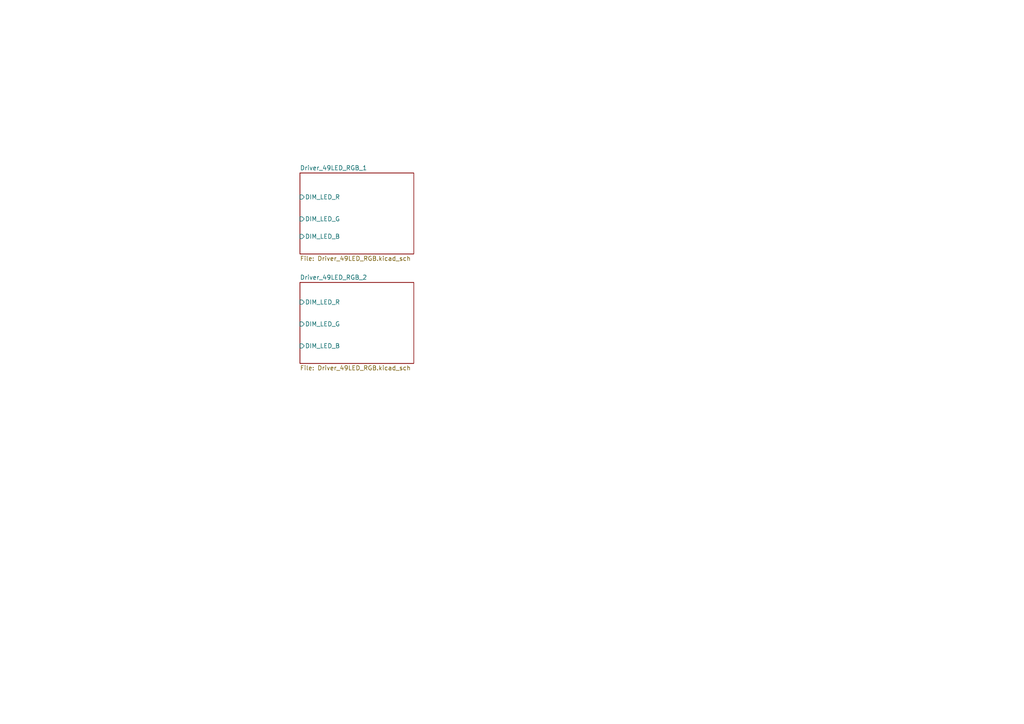
<source format=kicad_sch>
(kicad_sch
	(version 20250114)
	(generator "eeschema")
	(generator_version "9.0")
	(uuid "dfa00354-f9a5-42a1-9e70-1a18b6c2ad9a")
	(paper "A4")
	(lib_symbols)
	(sheet
		(at 86.995 50.165)
		(size 33.02 23.495)
		(exclude_from_sim no)
		(in_bom yes)
		(on_board yes)
		(dnp no)
		(fields_autoplaced yes)
		(stroke
			(width 0.1524)
			(type solid)
		)
		(fill
			(color 0 0 0 0.0000)
		)
		(uuid "93cc850d-0597-4e9c-bfa1-45ee0cb8f793")
		(property "Sheetname" "Driver_49LED_RGB_1"
			(at 86.995 49.4534 0)
			(effects
				(font
					(size 1.27 1.27)
				)
				(justify left bottom)
			)
		)
		(property "Sheetfile" "Driver_49LED_RGB.kicad_sch"
			(at 86.995 74.2446 0)
			(effects
				(font
					(size 1.27 1.27)
				)
				(justify left top)
			)
		)
		(pin "DIM_LED_R" input
			(at 86.995 57.15 180)
			(uuid "90a90629-90f8-40c3-815a-417b92ef699e")
			(effects
				(font
					(size 1.27 1.27)
				)
				(justify left)
			)
		)
		(pin "DIM_LED_B" input
			(at 86.995 68.58 180)
			(uuid "fb44ec84-490e-4686-811c-19d7dbb1dfdc")
			(effects
				(font
					(size 1.27 1.27)
				)
				(justify left)
			)
		)
		(pin "DIM_LED_G" input
			(at 86.995 63.5 180)
			(uuid "1fabb45c-49bd-4a7e-9637-5628c8288fe2")
			(effects
				(font
					(size 1.27 1.27)
				)
				(justify left)
			)
		)
		(instances
			(project "Projet_elec"
				(path "/dfa00354-f9a5-42a1-9e70-1a18b6c2ad9a"
					(page "2")
				)
			)
		)
	)
	(sheet
		(at 86.995 81.915)
		(size 33.02 23.495)
		(exclude_from_sim no)
		(in_bom yes)
		(on_board yes)
		(dnp no)
		(fields_autoplaced yes)
		(stroke
			(width 0.1524)
			(type solid)
		)
		(fill
			(color 0 0 0 0.0000)
		)
		(uuid "cd432545-6c8a-488b-8408-878f6a39660f")
		(property "Sheetname" "Driver_49LED_RGB_2"
			(at 86.995 81.2034 0)
			(effects
				(font
					(size 1.27 1.27)
				)
				(justify left bottom)
			)
		)
		(property "Sheetfile" "Driver_49LED_RGB.kicad_sch"
			(at 86.995 105.9946 0)
			(effects
				(font
					(size 1.27 1.27)
				)
				(justify left top)
			)
		)
		(pin "DIM_LED_R" input
			(at 86.995 87.63 180)
			(uuid "cc9ca46a-8283-4924-a7f7-c793510e4aab")
			(effects
				(font
					(size 1.27 1.27)
				)
				(justify left)
			)
		)
		(pin "DIM_LED_B" input
			(at 86.995 100.33 180)
			(uuid "bae52e8a-6374-4ffa-a164-2a4a49388237")
			(effects
				(font
					(size 1.27 1.27)
				)
				(justify left)
			)
		)
		(pin "DIM_LED_G" input
			(at 86.995 93.98 180)
			(uuid "c36ff274-a44e-4b27-8a8e-f38fdde8dea5")
			(effects
				(font
					(size 1.27 1.27)
				)
				(justify left)
			)
		)
		(instances
			(project "Projet_elec"
				(path "/dfa00354-f9a5-42a1-9e70-1a18b6c2ad9a"
					(page "10")
				)
			)
		)
	)
	(sheet_instances
		(path "/"
			(page "1")
		)
	)
	(embedded_fonts no)
)

</source>
